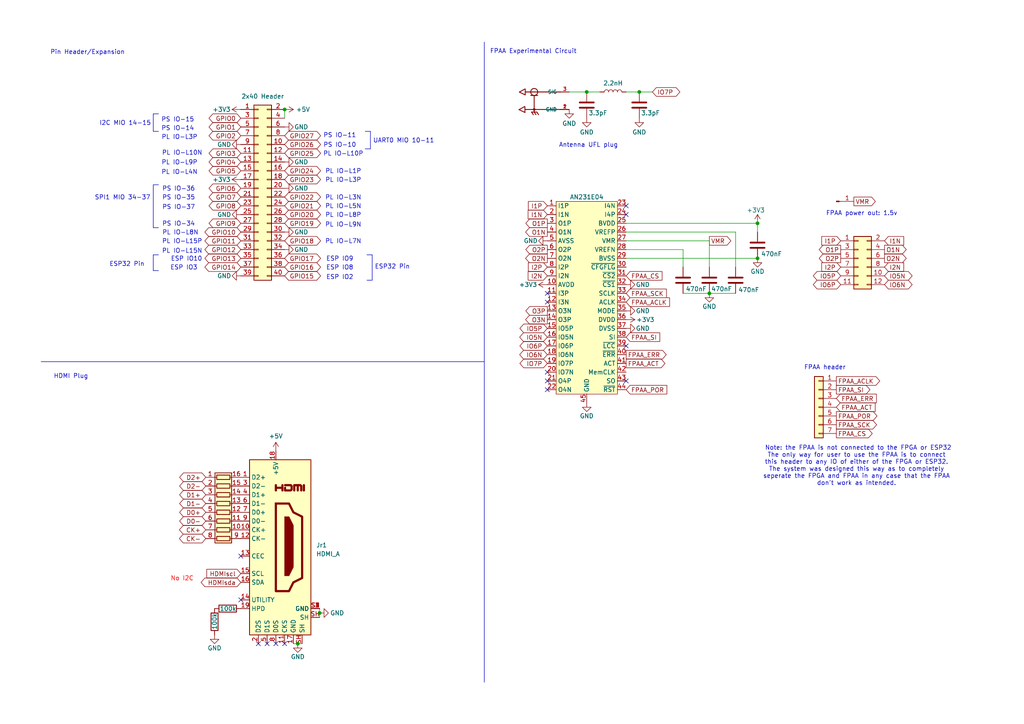
<source format=kicad_sch>
(kicad_sch (version 20231120) (generator "eeschema") (generator_version "8.0")
  (paper "A4")
  (lib_symbols
    (symbol "Connector:Conn_01x01_Pin" (pin_names (offset 1.016) hide)
      (property "Reference" "J" (at 0 2.54 0))
      (property "Value" "Conn_01x01_Pin" (at 0 -2.54 0))
      (symbol "Conn_01x01_Pin_1_1"
        (polyline (pts (xy 1.27 0) (xy 0.8636 0)) (stroke (width 0.1524)))
        (rectangle (start 0.8636 0.127) (end 0 -0.127) (stroke (width 0.1524)) (fill (type outline)))
        (pin passive line (at 5.08 0 180) (length 3.81) (name "Pin_1") (number "1"))
      )
    )
    (symbol "Connector:HDMI_A"
      (property "Reference" "Jr1" (at 11.684 0.635 0))
      (property "Value" "HDMI_A" (at 11.684 -1.905 0))
      (symbol "HDMI_A_0_0"
        (polyline (pts (xy 8.128 16.51) (xy 8.128 18.034)) (stroke (width 0.635)))
        (polyline (pts (xy 0 16.51) (xy 0 18.034) (xy 0 17.272) (xy 1.905 17.272) (xy 1.905 18.034) (xy 1.905 16.51)) (stroke (width 0.635)))
        (polyline (pts (xy 2.667 18.034) (xy 4.318 18.034) (xy 4.572 17.78) (xy 4.572 16.764) (xy 4.318 16.51) (xy 2.667 16.51) (xy 2.667 17.272)) (stroke (width 0.635)))
      )
      (symbol "HDMI_A_0_1"
        (rectangle (start -7.62 25.4) (end 10.16 -25.4) (stroke (width 0.254)) (fill (type background)))
        (polyline (pts (xy 2.54 8.89) (xy 3.81 8.89) (xy 5.08 6.35) (xy 5.08 -5.715) (xy 3.81 -8.255) (xy 2.54 -8.255) (xy 2.54 8.89)) (fill (type outline)))
        (polyline (pts (xy 5.334 16.51) (xy 5.334 18.034) (xy 6.35 18.034) (xy 6.35 16.51) (xy 6.35 18.034) (xy 7.112 18.034) (xy 7.366 17.78) (xy 7.366 16.51)) (stroke (width 0.635)))
        (polyline (pts (xy 0 12.7) (xy 0 -12.7) (xy 3.81 -12.7) (xy 5.08 -10.16) (xy 7.62 -8.89) (xy 7.62 8.89) (xy 5.08 10.16) (xy 3.81 12.7) (xy 0 12.7)) (stroke (width 0.635)))
      )
      (symbol "HDMI_A_1_1"
        (pin passive line (at -10.16 20.32 0) (length 2.54) (name "D2+") (number "1"))
        (pin passive line (at -10.16 5.08 0) (length 2.54) (name "CK+") (number "10"))
        (pin power_in line (at 2.54 -27.94 90) (length 2.54) (name "CKS") (number "11"))
        (pin passive line (at -10.16 2.54 0) (length 2.54) (name "CK-") (number "12"))
        (pin bidirectional line (at -10.16 -2.54 0) (length 2.54) (name "CEC") (number "13"))
        (pin passive line (at -10.16 -15.24 0) (length 2.54) (name "UTILITY") (number "14"))
        (pin passive line (at -10.16 -7.62 0) (length 2.54) (name "SCL") (number "15"))
        (pin bidirectional line (at -10.16 -10.16 0) (length 2.54) (name "SDA") (number "16"))
        (pin power_in line (at 5.08 -27.94 90) (length 2.54) (name "GND") (number "17"))
        (pin power_in line (at 0 27.94 270) (length 2.54) (name "+5V") (number "18"))
        (pin passive line (at -10.16 -17.78 0) (length 2.54) (name "HPD") (number "19"))
        (pin power_in line (at -5.08 -27.94 90) (length 2.54) (name "D2S") (number "2"))
        (pin passive line (at -10.16 17.78 0) (length 2.54) (name "D2-") (number "3"))
        (pin passive line (at -10.16 15.24 0) (length 2.54) (name "D1+") (number "4"))
        (pin power_in line (at -2.54 -27.94 90) (length 2.54) (name "D1S") (number "5"))
        (pin passive line (at -10.16 12.7 0) (length 2.54) (name "D1-") (number "6"))
        (pin passive line (at -10.16 10.16 0) (length 2.54) (name "D0+") (number "7"))
        (pin power_in line (at 0 -27.94 90) (length 2.54) (name "D0S") (number "8"))
        (pin passive line (at -10.16 7.62 0) (length 2.54) (name "D0-") (number "9"))
        (pin input line (at 12.7 -17.78 180) (length 2.54) (name "GND") (number "S1"))
        (pin input line (at 12.7 -17.78 180) (length 2.54) (name "GND") (number "S2"))
        (pin input line (at 12.7 -17.78 180) (length 2.54) (name "GND") (number "S3"))
        (pin input line (at 12.7 -17.78 180) (length 2.54) (name "GND") (number "S4"))
        (pin passive line (at 7.62 -27.94 90) (length 2.54) (name "SH") (number "SH"))
        (pin input line (at 12.7 -20.32 180) (length 2.54) (name "SH") (number "SH"))
      )
    )
    (symbol "Connector_Generic:Conn_02x20_Odd_Even" (pin_names (offset 1.016) hide)
      (property "Reference" "J" (at 1.27 25.4 0))
      (property "Value" "Conn_02x20_Odd_Even" (at 1.27 -27.94 0))
      (symbol "Conn_02x20_Odd_Even_1_1"
        (rectangle (start -1.27 -25.273) (end 0 -25.527) (stroke (width 0.1524)))
        (rectangle (start -1.27 -22.733) (end 0 -22.987) (stroke (width 0.1524)))
        (rectangle (start -1.27 -20.193) (end 0 -20.447) (stroke (width 0.1524)))
        (rectangle (start -1.27 -17.653) (end 0 -17.907) (stroke (width 0.1524)))
        (rectangle (start -1.27 -15.113) (end 0 -15.367) (stroke (width 0.1524)))
        (rectangle (start -1.27 -12.573) (end 0 -12.827) (stroke (width 0.1524)))
        (rectangle (start -1.27 -10.033) (end 0 -10.287) (stroke (width 0.1524)))
        (rectangle (start -1.27 -7.493) (end 0 -7.747) (stroke (width 0.1524)))
        (rectangle (start -1.27 -4.953) (end 0 -5.207) (stroke (width 0.1524)))
        (rectangle (start -1.27 -2.413) (end 0 -2.667) (stroke (width 0.1524)))
        (rectangle (start -1.27 0.127) (end 0 -0.127) (stroke (width 0.1524)))
        (rectangle (start -1.27 2.667) (end 0 2.413) (stroke (width 0.1524)))
        (rectangle (start -1.27 5.207) (end 0 4.953) (stroke (width 0.1524)))
        (rectangle (start -1.27 7.747) (end 0 7.493) (stroke (width 0.1524)))
        (rectangle (start -1.27 10.287) (end 0 10.033) (stroke (width 0.1524)))
        (rectangle (start -1.27 12.827) (end 0 12.573) (stroke (width 0.1524)))
        (rectangle (start -1.27 15.367) (end 0 15.113) (stroke (width 0.1524)))
        (rectangle (start -1.27 17.907) (end 0 17.653) (stroke (width 0.1524)))
        (rectangle (start -1.27 20.447) (end 0 20.193) (stroke (width 0.1524)))
        (rectangle (start -1.27 22.987) (end 0 22.733) (stroke (width 0.1524)))
        (rectangle (start -1.27 24.13) (end 3.81 -26.67) (stroke (width 0.254)) (fill (type background)))
        (rectangle (start 3.81 -25.273) (end 2.54 -25.527) (stroke (width 0.1524)))
        (rectangle (start 3.81 -22.733) (end 2.54 -22.987) (stroke (width 0.1524)))
        (rectangle (start 3.81 -20.193) (end 2.54 -20.447) (stroke (width 0.1524)))
        (rectangle (start 3.81 -17.653) (end 2.54 -17.907) (stroke (width 0.1524)))
        (rectangle (start 3.81 -15.113) (end 2.54 -15.367) (stroke (width 0.1524)))
        (rectangle (start 3.81 -12.573) (end 2.54 -12.827) (stroke (width 0.1524)))
        (rectangle (start 3.81 -10.033) (end 2.54 -10.287) (stroke (width 0.1524)))
        (rectangle (start 3.81 -7.493) (end 2.54 -7.747) (stroke (width 0.1524)))
        (rectangle (start 3.81 -4.953) (end 2.54 -5.207) (stroke (width 0.1524)))
        (rectangle (start 3.81 -2.413) (end 2.54 -2.667) (stroke (width 0.1524)))
        (rectangle (start 3.81 0.127) (end 2.54 -0.127) (stroke (width 0.1524)))
        (rectangle (start 3.81 2.667) (end 2.54 2.413) (stroke (width 0.1524)))
        (rectangle (start 3.81 5.207) (end 2.54 4.953) (stroke (width 0.1524)))
        (rectangle (start 3.81 7.747) (end 2.54 7.493) (stroke (width 0.1524)))
        (rectangle (start 3.81 10.287) (end 2.54 10.033) (stroke (width 0.1524)))
        (rectangle (start 3.81 12.827) (end 2.54 12.573) (stroke (width 0.1524)))
        (rectangle (start 3.81 15.367) (end 2.54 15.113) (stroke (width 0.1524)))
        (rectangle (start 3.81 17.907) (end 2.54 17.653) (stroke (width 0.1524)))
        (rectangle (start 3.81 20.447) (end 2.54 20.193) (stroke (width 0.1524)))
        (rectangle (start 3.81 22.987) (end 2.54 22.733) (stroke (width 0.1524)))
        (pin passive line (at -5.08 22.86 0) (length 3.81) (name "Pin_1") (number "1"))
        (pin passive line (at 7.62 12.7 180) (length 3.81) (name "Pin_10") (number "10"))
        (pin passive line (at -5.08 10.16 0) (length 3.81) (name "Pin_11") (number "11"))
        (pin passive line (at 7.62 10.16 180) (length 3.81) (name "Pin_12") (number "12"))
        (pin passive line (at -5.08 7.62 0) (length 3.81) (name "Pin_13") (number "13"))
        (pin passive line (at 7.62 7.62 180) (length 3.81) (name "Pin_14") (number "14"))
        (pin passive line (at -5.08 5.08 0) (length 3.81) (name "Pin_15") (number "15"))
        (pin passive line (at 7.62 5.08 180) (length 3.81) (name "Pin_16") (number "16"))
        (pin passive line (at -5.08 2.54 0) (length 3.81) (name "Pin_17") (number "17"))
        (pin passive line (at 7.62 2.54 180) (length 3.81) (name "Pin_18") (number "18"))
        (pin passive line (at -5.08 0 0) (length 3.81) (name "Pin_19") (number "19"))
        (pin passive line (at 7.62 22.86 180) (length 3.81) (name "Pin_2") (number "2"))
        (pin passive line (at 7.62 0 180) (length 3.81) (name "Pin_20") (number "20"))
        (pin passive line (at -5.08 -2.54 0) (length 3.81) (name "Pin_21") (number "21"))
        (pin passive line (at 7.62 -2.54 180) (length 3.81) (name "Pin_22") (number "22"))
        (pin passive line (at -5.08 -5.08 0) (length 3.81) (name "Pin_23") (number "23"))
        (pin passive line (at 7.62 -5.08 180) (length 3.81) (name "Pin_24") (number "24"))
        (pin passive line (at -5.08 -7.62 0) (length 3.81) (name "Pin_25") (number "25"))
        (pin passive line (at 7.62 -7.62 180) (length 3.81) (name "Pin_26") (number "26"))
        (pin passive line (at -5.08 -10.16 0) (length 3.81) (name "Pin_27") (number "27"))
        (pin passive line (at 7.62 -10.16 180) (length 3.81) (name "Pin_28") (number "28"))
        (pin passive line (at -5.08 -12.7 0) (length 3.81) (name "Pin_29") (number "29"))
        (pin passive line (at -5.08 20.32 0) (length 3.81) (name "Pin_3") (number "3"))
        (pin passive line (at 7.62 -12.7 180) (length 3.81) (name "Pin_30") (number "30"))
        (pin passive line (at -5.08 -15.24 0) (length 3.81) (name "Pin_31") (number "31"))
        (pin passive line (at 7.62 -15.24 180) (length 3.81) (name "Pin_32") (number "32"))
        (pin passive line (at -5.08 -17.78 0) (length 3.81) (name "Pin_33") (number "33"))
        (pin passive line (at 7.62 -17.78 180) (length 3.81) (name "Pin_34") (number "34"))
        (pin passive line (at -5.08 -20.32 0) (length 3.81) (name "Pin_35") (number "35"))
        (pin passive line (at 7.62 -20.32 180) (length 3.81) (name "Pin_36") (number "36"))
        (pin passive line (at -5.08 -22.86 0) (length 3.81) (name "Pin_37") (number "37"))
        (pin passive line (at 7.62 -22.86 180) (length 3.81) (name "Pin_38") (number "38"))
        (pin passive line (at -5.08 -25.4 0) (length 3.81) (name "Pin_39") (number "39"))
        (pin passive line (at 7.62 20.32 180) (length 3.81) (name "Pin_4") (number "4"))
        (pin passive line (at 7.62 -25.4 180) (length 3.81) (name "Pin_40") (number "40"))
        (pin passive line (at -5.08 17.78 0) (length 3.81) (name "Pin_5") (number "5"))
        (pin passive line (at 7.62 17.78 180) (length 3.81) (name "Pin_6") (number "6"))
        (pin passive line (at -5.08 15.24 0) (length 3.81) (name "Pin_7") (number "7"))
        (pin passive line (at 7.62 15.24 180) (length 3.81) (name "Pin_8") (number "8"))
        (pin passive line (at -5.08 12.7 0) (length 3.81) (name "Pin_9") (number "9"))
      )
    )
    (symbol "Connector_Generic_MountingPin:Conn_01x07_MountingPin" (pin_names (offset 1.016) hide)
      (symbol "Conn_01x07_MountingPin_1_1"
        (rectangle (start -1.27 -7.493) (end 0 -7.747) (stroke (width 0.1524)))
        (rectangle (start -1.27 -4.953) (end 0 -5.207) (stroke (width 0.1524)))
        (rectangle (start -1.27 -2.413) (end 0 -2.667) (stroke (width 0.1524)))
        (rectangle (start -1.27 0.127) (end 0 -0.127) (stroke (width 0.1524)))
        (rectangle (start -1.27 2.667) (end 0 2.413) (stroke (width 0.1524)))
        (rectangle (start -1.27 5.207) (end 0 4.953) (stroke (width 0.1524)))
        (rectangle (start -1.27 7.747) (end 0 7.493) (stroke (width 0.1524)))
        (rectangle (start -1.27 8.89) (end 1.27 -8.89) (stroke (width 0.254)) (fill (type background)))
        (pin passive line (at -5.08 7.62 0) (length 3.81) (name "Pin_1") (number "1"))
        (pin passive line (at -5.08 5.08 0) (length 3.81) (name "Pin_2") (number "2"))
        (pin passive line (at -5.08 2.54 0) (length 3.81) (name "Pin_3") (number "3"))
        (pin passive line (at -5.08 0 0) (length 3.81) (name "Pin_4") (number "4"))
        (pin passive line (at -5.08 -2.54 0) (length 3.81) (name "Pin_5") (number "5"))
        (pin passive line (at -5.08 -5.08 0) (length 3.81) (name "Pin_6") (number "6"))
        (pin passive line (at -5.08 -7.62 0) (length 3.81) (name "Pin_7") (number "7"))
      )
    )
    (symbol "Connector_Generic_MountingPin:Conn_02x06_Odd_Even_MountingPin" (pin_names (offset 1.016) hide)
      (property "Reference" "J4" (at 1.27 11.43 0))
      (property "Value" "Conn_02x06_Odd_Even_MountingPin" (at 1.27 8.89 0))
      (symbol "Conn_02x06_Odd_Even_MountingPin_1_1"
        (rectangle (start -1.27 -7.493) (end 0 -7.747) (stroke (width 0.1524)))
        (rectangle (start -1.27 -4.953) (end 0 -5.207) (stroke (width 0.1524)))
        (rectangle (start -1.27 -2.413) (end 0 -2.667) (stroke (width 0.1524)))
        (rectangle (start -1.27 0.127) (end 0 -0.127) (stroke (width 0.1524)))
        (rectangle (start -1.27 2.667) (end 0 2.413) (stroke (width 0.1524)))
        (rectangle (start -1.27 5.207) (end 0 4.953) (stroke (width 0.1524)))
        (rectangle (start -1.27 6.35) (end 3.81 -8.89) (stroke (width 0.254)) (fill (type background)))
        (rectangle (start 3.81 -7.493) (end 2.54 -7.747) (stroke (width 0.1524)))
        (rectangle (start 3.81 -4.953) (end 2.54 -5.207) (stroke (width 0.1524)))
        (rectangle (start 3.81 -2.413) (end 2.54 -2.667) (stroke (width 0.1524)))
        (rectangle (start 3.81 0.127) (end 2.54 -0.127) (stroke (width 0.1524)))
        (rectangle (start 3.81 2.667) (end 2.54 2.413) (stroke (width 0.1524)))
        (rectangle (start 3.81 5.207) (end 2.54 4.953) (stroke (width 0.1524)))
        (pin passive line (at -5.08 5.08 0) (length 3.81) (name "Pin_1") (number "1"))
        (pin passive line (at 7.62 -5.08 180) (length 3.81) (name "Pin_10") (number "10"))
        (pin passive line (at -5.08 -7.62 0) (length 3.81) (name "Pin_11") (number "11"))
        (pin passive line (at 7.62 -7.62 180) (length 3.81) (name "Pin_12") (number "12"))
        (pin passive line (at 7.62 5.08 180) (length 3.81) (name "Pin_2") (number "2"))
        (pin passive line (at -5.08 2.54 0) (length 3.81) (name "Pin_3") (number "3"))
        (pin passive line (at 7.62 2.54 180) (length 3.81) (name "Pin_4") (number "4"))
        (pin passive line (at -5.08 0 0) (length 3.81) (name "Pin_5") (number "5"))
        (pin passive line (at 7.62 0 180) (length 3.81) (name "Pin_6") (number "6"))
        (pin passive line (at -5.08 -2.54 0) (length 3.81) (name "Pin_7") (number "7"))
        (pin passive line (at 7.62 -2.54 180) (length 3.81) (name "Pin_8") (number "8"))
        (pin passive line (at -5.08 -5.08 0) (length 3.81) (name "Pin_9") (number "9"))
      )
    )
    (symbol "Device:C" (pin_numbers hide) (pin_names (offset 0.254))
      (property "Reference" "C" (at 0.635 2.54 0))
      (property "Value" "C" (at 0.635 -2.54 0))
      (symbol "C_0_1"
        (polyline (pts (xy -2.032 -0.762) (xy 2.032 -0.762)) (stroke (width 0.508)))
        (polyline (pts (xy -2.032 0.762) (xy 2.032 0.762)) (stroke (width 0.508)))
      )
      (symbol "C_1_1"
        (pin passive line (at 0 3.81 270) (length 2.794) (name "~") (number "1"))
        (pin passive line (at 0 -3.81 90) (length 2.794) (name "~") (number "2"))
      )
    )
    (symbol "Device:L" (pin_numbers hide) (pin_names (offset 1.016) hide)
      (property "Reference" "L" (at -1.27 0 90))
      (property "Value" "L" (at 1.905 0 90))
      (symbol "L_0_1"
        (arc (start 0 -2.54) (mid 0.6323 -1.905) (end 0 -1.27))
        (arc (start 0 -1.27) (mid 0.6323 -0.635) (end 0 0))
        (arc (start 0 0) (mid 0.6323 0.635) (end 0 1.27))
        (arc (start 0 1.27) (mid 0.6323 1.905) (end 0 2.54))
      )
      (symbol "L_1_1"
        (pin passive line (at 0 3.81 270) (length 1.27) (name "1") (number "1"))
        (pin passive line (at 0 -3.81 90) (length 1.27) (name "2") (number "2"))
      )
    )
    (symbol "Device:R" (pin_numbers hide) (pin_names (offset 0))
      (property "Reference" "R" (at 2.032 0 90))
      (property "Value" "R" (at 0 0 90))
      (symbol "R_0_1"
        (rectangle (start -1.016 -2.54) (end 1.016 2.54) (stroke (width 0.254)))
      )
      (symbol "R_1_1"
        (pin passive line (at 0 3.81 270) (length 1.27) (name "~") (number "1"))
        (pin passive line (at 0 -3.81 90) (length 1.27) (name "~") (number "2"))
      )
    )
    (symbol "Device:R_Pack08" (pin_names (offset 0) hide)
      (property "Reference" "RN" (at -12.7 0 90))
      (property "Value" "R_Pack08" (at 10.16 0 90))
      (symbol "R_Pack08_0_1"
        (rectangle (start -11.43 -2.413) (end 8.89 2.413) (stroke (width 0.254)) (fill (type background)))
        (rectangle (start -10.795 1.905) (end -9.525 -1.905) (stroke (width 0.254)))
        (rectangle (start -8.255 1.905) (end -6.985 -1.905) (stroke (width 0.254)))
        (rectangle (start -5.715 1.905) (end -4.445 -1.905) (stroke (width 0.254)))
        (rectangle (start -3.175 1.905) (end -1.905 -1.905) (stroke (width 0.254)))
        (rectangle (start -0.635 1.905) (end 0.635 -1.905) (stroke (width 0.254)))
        (polyline (pts (xy -10.16 -2.54) (xy -10.16 -1.905)))
        (polyline (pts (xy -10.16 1.905) (xy -10.16 2.54)))
        (polyline (pts (xy -7.62 -2.54) (xy -7.62 -1.905)))
        (polyline (pts (xy -7.62 1.905) (xy -7.62 2.54)))
        (polyline (pts (xy -5.08 -2.54) (xy -5.08 -1.905)))
        (polyline (pts (xy -5.08 1.905) (xy -5.08 2.54)))
        (polyline (pts (xy -2.54 -2.54) (xy -2.54 -1.905)))
        (polyline (pts (xy -2.54 1.905) (xy -2.54 2.54)))
        (polyline (pts (xy 0 -2.54) (xy 0 -1.905)))
        (polyline (pts (xy 0 1.905) (xy 0 2.54)))
        (polyline (pts (xy 2.54 -2.54) (xy 2.54 -1.905)))
        (polyline (pts (xy 2.54 1.905) (xy 2.54 2.54)))
        (polyline (pts (xy 5.08 -2.54) (xy 5.08 -1.905)))
        (polyline (pts (xy 5.08 1.905) (xy 5.08 2.54)))
        (polyline (pts (xy 7.62 -2.54) (xy 7.62 -1.905)))
        (polyline (pts (xy 7.62 1.905) (xy 7.62 2.54)))
        (rectangle (start 1.905 1.905) (end 3.175 -1.905) (stroke (width 0.254)))
        (rectangle (start 4.445 1.905) (end 5.715 -1.905) (stroke (width 0.254)))
        (rectangle (start 6.985 1.905) (end 8.255 -1.905) (stroke (width 0.254)))
      )
      (symbol "R_Pack08_1_1"
        (pin passive line (at -10.16 -5.08 90) (length 2.54) (name "R1.1") (number "1"))
        (pin passive line (at 5.08 5.08 270) (length 2.54) (name "R7.2") (number "10"))
        (pin passive line (at 2.54 5.08 270) (length 2.54) (name "R6.2") (number "11"))
        (pin passive line (at 0 5.08 270) (length 2.54) (name "R5.2") (number "12"))
        (pin passive line (at -2.54 5.08 270) (length 2.54) (name "R4.2") (number "13"))
        (pin passive line (at -5.08 5.08 270) (length 2.54) (name "R3.2") (number "14"))
        (pin passive line (at -7.62 5.08 270) (length 2.54) (name "R2.2") (number "15"))
        (pin passive line (at -10.16 5.08 270) (length 2.54) (name "R1.2") (number "16"))
        (pin passive line (at -7.62 -5.08 90) (length 2.54) (name "R2.1") (number "2"))
        (pin passive line (at -5.08 -5.08 90) (length 2.54) (name "R3.1") (number "3"))
        (pin passive line (at -2.54 -5.08 90) (length 2.54) (name "R4.1") (number "4"))
        (pin passive line (at 0 -5.08 90) (length 2.54) (name "R5.1") (number "5"))
        (pin passive line (at 2.54 -5.08 90) (length 2.54) (name "R6.1") (number "6"))
        (pin passive line (at 5.08 -5.08 90) (length 2.54) (name "R7.1") (number "7"))
        (pin passive line (at 7.62 -5.08 90) (length 2.54) (name "R8.1") (number "8"))
        (pin passive line (at 7.62 5.08 270) (length 2.54) (name "R8.2") (number "9"))
      )
    )
    (symbol "ESP32-PRO_Rev_B1:GND" (power) (pin_names (offset 0))
      (property "Value" "GND" (at 0 -3.81 0))
      (symbol "GND_0_1"
        (polyline (pts (xy 0 0) (xy 0 -1.27) (xy 1.27 -1.27) (xy 0 -2.54) (xy -1.27 -1.27) (xy 0 -1.27)))
      )
      (symbol "GND_1_1"
        (pin power_in line (at 0 0 270) (length 0) hide (name "GND") (number "1"))
      )
    )
    (symbol "Personal:AN231"
      (property "Reference" "U" (at 0 0 0))
      (symbol "AN231_1_1"
        (rectangle (start -8.89 -2.54) (end 8.89 -58.42) (fill (type background)))
        (pin input line (at -11.43 -3.81 0) (length 2.54) (name "I1P") (number "1"))
        (pin power_in line (at -11.43 -26.67 0) (length 2.54) (name "AVDD") (number "10"))
        (pin input line (at -11.43 -29.21 0) (length 2.54) (name "I3P") (number "11"))
        (pin input line (at -11.43 -31.75 0) (length 2.54) (name "I3N") (number "12"))
        (pin output line (at -11.43 -34.29 0) (length 2.54) (name "O3N") (number "13"))
        (pin output line (at -11.43 -36.83 0) (length 2.54) (name "O3P") (number "14"))
        (pin bidirectional line (at -11.43 -39.37 0) (length 2.54) (name "IO5P") (number "15"))
        (pin bidirectional line (at -11.43 -41.91 0) (length 2.54) (name "IO5N") (number "16"))
        (pin bidirectional line (at -11.43 -44.45 0) (length 2.54) (name "IO6P") (number "17"))
        (pin bidirectional line (at -11.43 -46.99 0) (length 2.54) (name "IO6N") (number "18"))
        (pin bidirectional line (at -11.43 -49.53 0) (length 2.54) (name "IO7P") (number "19"))
        (pin input line (at -11.43 -6.35 0) (length 2.54) (name "I1N") (number "2"))
        (pin bidirectional line (at -11.43 -52.07 0) (length 2.54) (name "IO7N") (number "20"))
        (pin output line (at -11.43 -54.61 0) (length 2.54) (name "O4P") (number "21"))
        (pin output line (at -11.43 -57.15 0) (length 2.54) (name "O4N") (number "22"))
        (pin input line (at 11.43 -3.81 180) (length 2.54) (name "I4N") (number "23"))
        (pin input line (at 11.43 -6.35 180) (length 2.54) (name "I4P") (number "24"))
        (pin power_in line (at 11.43 -8.89 180) (length 2.54) (name "BVDD") (number "25"))
        (pin input line (at 11.43 -11.43 180) (length 2.54) (name "VREFP") (number "26"))
        (pin input line (at 11.43 -13.97 180) (length 2.54) (name "VMR") (number "27"))
        (pin input line (at 11.43 -16.51 180) (length 2.54) (name "VREFN") (number "28"))
        (pin power_out line (at 11.43 -19.05 180) (length 2.54) (name "BVSS") (number "29"))
        (pin output line (at -11.43 -8.89 0) (length 2.54) (name "O1P") (number "3"))
        (pin input line (at 11.43 -21.59 180) (length 2.54) (name "~{CFGFLG}") (number "30"))
        (pin input line (at 11.43 -24.13 180) (length 2.54) (name "~{CS2}") (number "31"))
        (pin input line (at 11.43 -26.67 180) (length 2.54) (name "~{CS1}") (number "32"))
        (pin input line (at 11.43 -29.21 180) (length 2.54) (name "SCLK") (number "33"))
        (pin input line (at 11.43 -31.75 180) (length 2.54) (name "ACLK") (number "34"))
        (pin input line (at 11.43 -34.29 180) (length 2.54) (name "MODE") (number "35"))
        (pin power_in line (at 11.43 -36.83 180) (length 2.54) (name "DVDD") (number "36"))
        (pin power_out line (at 11.43 -39.37 180) (length 2.54) (name "DVSS") (number "37"))
        (pin input line (at 11.43 -41.91 180) (length 2.54) (name "SI") (number "38"))
        (pin input line (at 11.43 -44.45 180) (length 2.54) (name "~{LCC}") (number "39"))
        (pin output line (at -11.43 -11.43 0) (length 2.54) (name "O1N") (number "4"))
        (pin input line (at 11.43 -46.99 180) (length 2.54) (name "~{ERR}") (number "40"))
        (pin input line (at 11.43 -49.53 180) (length 2.54) (name "ACT") (number "41"))
        (pin input line (at 11.43 -52.07 180) (length 2.54) (name "MemCLK") (number "42"))
        (pin input line (at 11.43 -54.61 180) (length 2.54) (name "SO") (number "43"))
        (pin input line (at 11.43 -57.15 180) (length 2.54) (name "~{RST}") (number "44"))
        (pin power_out line (at 0 -60.96 90) (length 2.54) (name "GND") (number "45"))
        (pin power_out line (at -11.43 -13.97 0) (length 2.54) (name "AVSS") (number "5"))
        (pin output line (at -11.43 -16.51 0) (length 2.54) (name "O2P") (number "6"))
        (pin output line (at -11.43 -19.05 0) (length 2.54) (name "O2N") (number "7"))
        (pin input line (at -11.43 -21.59 0) (length 2.54) (name "I2P") (number "8"))
        (pin input line (at -11.43 -24.13 0) (length 2.54) (name "I2N") (number "9"))
      )
    )
    (symbol "Personal:U.FL-R-SMT_01_" (pin_names (offset 1.016))
      (property "Reference" "J" (at -3.8186 4.0731 0))
      (property "Value" "U.FL-R-SMT_01_" (at -4.3278 -5.6007 0))
      (symbol "U.FL-R-SMT_01__0_0"
        (circle (center 0 -2.54) (radius 0.254) (stroke (width 0.254)))
        (polyline (pts (xy -7.62 -2.54) (xy 0 -2.54)) (stroke (width 0.254)))
        (polyline (pts (xy -7.62 2.54) (xy 2.54 2.54)) (stroke (width 0.254)))
        (polyline (pts (xy -1.016 1.524) (xy 0 1.524)) (stroke (width 0.254)))
        (polyline (pts (xy -0.762 -3.302) (xy -1.27 -4.064)) (stroke (width 0.254)))
        (polyline (pts (xy 0 -3.302) (xy -0.762 -3.302)) (stroke (width 0.254)))
        (polyline (pts (xy 0 -3.302) (xy -0.508 -4.064)) (stroke (width 0.254)))
        (polyline (pts (xy 0 -3.302) (xy 0.762 -3.302)) (stroke (width 0.254)))
        (polyline (pts (xy 0 -2.54) (xy 0 -3.302)) (stroke (width 0.254)))
        (polyline (pts (xy 0 1.524) (xy 0 -2.54)) (stroke (width 0.254)))
        (polyline (pts (xy 0 1.524) (xy 1.016 1.524)) (stroke (width 0.254)))
        (polyline (pts (xy 0.762 -3.302) (xy 0.254 -4.064)) (stroke (width 0.254)))
        (polyline (pts (xy 2.54 -2.54) (xy 0 -2.54)) (stroke (width 0.254)))
        (polyline (pts (xy 2.6 1.7) (xy 4.3 2.5)) (stroke (width 0.254)))
        (polyline (pts (xy 2.6 3.4) (xy 2.6 1.7)) (stroke (width 0.254)))
        (polyline (pts (xy 2.7 -3.4) (xy 4.4 -2.6)) (stroke (width 0.254)))
        (polyline (pts (xy 2.7 -1.7) (xy 2.7 -3.4)) (stroke (width 0.254)))
        (polyline (pts (xy 4.3 2.5) (xy 2.7 3.4)) (stroke (width 0.254)))
        (polyline (pts (xy 4.4 -2.6) (xy 2.8 -1.7)) (stroke (width 0.254)))
        (circle (center 0 2.54) (radius 1.016) (stroke (width 0.254)))
        (pin passive line (at -10.16 -2.54 0) (length 2.54) (name "GND") (number "1"))
        (pin passive line (at -10.16 -2.54 0) (length 2.54) (name "GND") (number "2"))
        (pin passive line (at -10.16 2.54 0) (length 2.54) (name "SIG") (number "3"))
      )
    )
    (symbol "power:+3V3" (power) (pin_names (offset 0))
      (property "Value" "+3V3" (at 0 3.556 0))
      (symbol "+3V3_0_1"
        (polyline (pts (xy -0.762 1.27) (xy 0 2.54)))
        (polyline (pts (xy 0 0) (xy 0 2.54)))
        (polyline (pts (xy 0 2.54) (xy 0.762 1.27)))
      )
      (symbol "+3V3_1_1"
        (pin power_in line (at 0 0 90) (length 0) hide (name "+3V3") (number "1"))
      )
    )
    (symbol "power:+5V" (power) (pin_names (offset 0))
      (property "Value" "+5V" (at 0 3.556 0))
      (symbol "+5V_0_1"
        (polyline (pts (xy -0.762 1.27) (xy 0 2.54)))
        (polyline (pts (xy 0 0) (xy 0 2.54)))
        (polyline (pts (xy 0 2.54) (xy 0.762 1.27)))
      )
      (symbol "+5V_1_1"
        (pin power_in line (at 0 0 90) (length 0) hide (name "+5V") (number "1"))
      )
    )
    (symbol "power:GND" (power) (pin_names (offset 0))
      (property "Value" "GND" (at 0 -3.81 0))
      (symbol "GND_0_1"
        (polyline (pts (xy 0 0) (xy 0 -1.27) (xy 1.27 -1.27) (xy 0 -2.54) (xy -1.27 -1.27) (xy 0 -1.27)))
      )
      (symbol "GND_1_1"
        (pin power_in line (at 0 0 270) (length 0) hide (name "GND") (number "1"))
      )
    )
  )
  (junction (at 92.71 177.8))
  (junction (at 170.18 26.67))
  (junction (at 205.74 85.09))
  (junction (at 219.71 64.77))
  (junction (at 219.71 74.93))
  (junction (at 82.55 31.75))
  (junction (at 86.36 186.69))
  (junction (at 185.42 26.67))
  (no_connect (at 181.61 59.69))
  (no_connect (at 74.93 186.69))
  (no_connect (at 80.01 186.69))
  (no_connect (at 69.85 161.29))
  (no_connect (at 181.61 100.33))
  (no_connect (at 158.75 85.09))
  (no_connect (at 158.75 107.95))
  (no_connect (at 181.61 110.49))
  (no_connect (at 158.75 87.63))
  (no_connect (at 69.85 173.99))
  (no_connect (at 77.47 186.69))
  (no_connect (at 82.55 186.69))
  (no_connect (at 158.75 110.49))
  (no_connect (at 158.75 113.03))
  (no_connect (at 181.61 62.23))
  (polyline (pts (xy 11.938 104.902) (xy 140.462 104.902)))
  (polyline (pts (xy 45.974 33.02) (xy 44.45 33.02)))
  (polyline (pts (xy 107.442 43.18) (xy 105.918 43.18)))
  (wire (pts (xy 205.74 85.09) (xy 213.36 85.09)))
  (polyline (pts (xy 140.462 104.902) (xy 140.462 197.866)))
  (wire (pts (xy 165.1 26.67) (xy 170.18 26.67)))
  (wire (pts (xy 181.61 72.39) (xy 198.12 72.39)))
  (wire (pts (xy 219.71 64.77) (xy 219.71 67.31)))
  (wire (pts (xy 86.36 186.69) (xy 85.09 186.69)))
  (polyline (pts (xy 105.918 38.1) (xy 107.442 38.1)))
  (wire (pts (xy 181.61 67.31) (xy 213.36 67.31)))
  (wire (pts (xy 198.12 85.09) (xy 205.74 85.09)))
  (polyline (pts (xy 140.462 12.192) (xy 140.462 104.902)))
  (polyline (pts (xy 44.45 38.1) (xy 45.974 38.1)))
  (wire (pts (xy 92.71 177.8) (xy 92.71 176.53)))
  (polyline (pts (xy 107.95 81.28) (xy 106.426 81.28)))
  (polyline (pts (xy 44.45 66.04) (xy 45.974 66.04)))
  (wire (pts (xy 170.18 26.67) (xy 173.99 26.67)))
  (wire (pts (xy 185.42 26.67) (xy 181.61 26.67)))
  (polyline (pts (xy 107.442 38.1) (xy 107.442 43.18)))
  (wire (pts (xy 181.61 74.93) (xy 219.71 74.93)))
  (polyline (pts (xy 106.426 73.914) (xy 107.95 73.914)))
  (wire (pts (xy 213.36 67.31) (xy 213.36 77.47)))
  (wire (pts (xy 189.23 26.67) (xy 185.42 26.67)))
  (wire (pts (xy 181.61 69.85) (xy 205.74 69.85)))
  (wire (pts (xy 82.55 31.75) (xy 82.55 34.29)))
  (wire (pts (xy 205.74 69.85) (xy 205.74 77.47)))
  (polyline (pts (xy 44.45 78.486) (xy 45.974 78.486)))
  (wire (pts (xy 198.12 72.39) (xy 198.12 77.47)))
  (wire (pts (xy 86.36 186.69) (xy 87.63 186.69)))
  (wire (pts (xy 181.61 64.77) (xy 219.71 64.77)))
  (polyline (pts (xy 44.45 33.02) (xy 44.45 38.1)))
  (polyline (pts (xy 44.45 73.914) (xy 44.45 78.486)))
  (polyline (pts (xy 44.45 53.594) (xy 44.45 66.04)))
  (polyline (pts (xy 45.974 73.914) (xy 44.45 73.914)))
  (polyline (pts (xy 107.95 73.914) (xy 107.95 81.28)))
  (polyline (pts (xy 45.974 53.594) (xy 44.45 53.594)))
  (wire (pts (xy 92.71 177.8) (xy 92.71 179.07)))
  (text "PL IO-L4N" (at 52.07 50.038 0) (effects (font (size 1.27 1.27))))
  (text "FPAA power out: 1.5v" (at 249.936 61.976 0) (effects (font (size 1.27 1.27))))
  (text "PS IO-15" (at 51.562 34.798 0) (effects (font (size 1.27 1.27))))
  (text "PL IO-L5N" (at 99.568 59.944 0) (effects (font (size 1.27 1.27))))
  (text "ESP IO3" (at 53.34 77.724 0) (effects (font (size 1.27 1.27))))
  (text "PS IO-35" (at 51.816 57.404 0) (effects (font (size 1.27 1.27))))
  (text "PL IO-L3N" (at 99.568 57.404 0) (effects (font (size 1.27 1.27))))
  (text "PS IO-34" (at 51.816 65.024 0) (effects (font (size 1.27 1.27))))
  (text "SPI1 MIO 34-37" (at 35.56 57.404 0) (effects (font (size 1.27 1.27))))
  (text "PL IO-L15P" (at 52.832 70.104 0) (effects (font (size 1.27 1.27))))
  (text "PS IO-36" (at 51.816 54.864 0) (effects (font (size 1.27 1.27))))
  (text "Pin Header/Expansion" (at 25.4 15.24 0) (effects (font (size 1.27 1.27))))
  (text "I2C MIO 14-15" (at 36.322 35.814 0) (effects (font (size 1.27 1.27))))
  (text "PS IO-37" (at 51.816 60.198 0) (effects (font (size 1.27 1.27))))
  (text "ESP IO10" (at 54.102 75.184 0) (effects (font (size 1.27 1.27))))
  (text "ESP IO2" (at 98.552 80.518 0) (effects (font (size 1.27 1.27))))
  (text "FPAA header" (at 239.268 106.68 0) (effects (font (size 1.27 1.27))))
  (text "PS IO-10" (at 98.552 42.164 0) (effects (font (size 1.27 1.27))))
  (text "PL IO-L8N" (at 52.324 67.564 0) (effects (font (size 1.27 1.27))))
  (text "ESP IO8" (at 98.552 77.724 0) (effects (font (size 1.27 1.27))))
  (text "ESP IO9" (at 98.552 75.184 0) (effects (font (size 1.27 1.27))))
  (text "PL IO-L10N" (at 52.832 44.45 0) (effects (font (size 1.27 1.27))))
  (text "PL IO-L15N" (at 52.832 72.898 0) (effects (font (size 1.27 1.27))))
  (text "PL IO-L9P" (at 52.07 47.244 0) (effects (font (size 1.27 1.27))))
  (text "PL IO-L7N" (at 99.568 70.104 0) (effects (font (size 1.27 1.27))))
  (text "PL IO-L8P" (at 99.568 62.484 0) (effects (font (size 1.27 1.27))))
  (text "PL IO-L3P" (at 52.07 39.878 0) (effects (font (size 1.27 1.27))))
  (text "Note: the FPAA is not connected to the FPGA or ESP32\nThe only way for user to use the FPAA is to connect \nthis header to any IO of either of the FPGA or ESP32. \nThe system was designed this way as to completely \nseperate the FPGA and FPAA in any case that the FPAA \ndon't work as intended. " (at 248.92 135.128 0) (effects (font (size 1.27 1.27))))
  (text "ESP32 Pin" (at 113.792 77.47 0) (effects (font (size 1.27 1.27))))
  (text "HDMI Plug" (at 20.574 109.22 0) (effects (font (size 1.27 1.27))))
  (text "Antenna UFL plug" (at 170.688 42.164 0) (effects (font (size 1.27 1.27))))
  (text "UART0 MIO 10-11" (at 117.094 40.894 0) (effects (font (size 1.27 1.27))))
  (text "PL IO-L10P" (at 99.568 44.704 0) (effects (font (size 1.27 1.27))))
  (text "PL IO-L3P" (at 99.568 52.324 0) (effects (font (size 1.27 1.27))))
  (text "PS IO-14" (at 51.562 37.338 0) (effects (font (size 1.27 1.27))))
  (text "PL IO-L9N" (at 99.568 65.278 0) (effects (font (size 1.27 1.27))))
  (text "ESP32 Pin" (at 36.83 76.708 0) (effects (font (size 1.27 1.27))))
  (text "No I2C" (at 52.832 167.894 0) (effects (font (size 1.27 1.27))))
  (text "FPAA Experimental Circuit" (at 154.686 14.986 0) (effects (font (size 1.27 1.27))))
  (text "PS IO-11" (at 98.552 39.37 0) (effects (font (size 1.27 1.27))))
  (text "PL IO-L1P" (at 99.568 49.784 0) (effects (font (size 1.27 1.27))))
  (global_label "FPAA_SI" (shape output) (at 242.57 113.03 0) (property "Intersheetrefs" "${INTERSHEET_REFS}" (effects (hide yes))))
  (global_label "IO6P" (shape bidirectional) (at 243.84 82.55 180) (property "Intersheetrefs" "${INTERSHEET_REFS}" (effects (hide yes))))
  (global_label "O1N" (shape output) (at 256.54 72.39 0) (property "Intersheetrefs" "${INTERSHEET_REFS}" (effects (hide yes))))
  (global_label "I1N" (shape input) (at 256.54 69.85 0) (property "Intersheetrefs" "${INTERSHEET_REFS}" (effects (hide yes))))
  (global_label "GPIO10" (shape bidirectional) (at 69.85 67.31 180) (property "Intersheetrefs" "${INTERSHEET_REFS}" (effects (hide yes))))
  (global_label "HDMIsda" (shape bidirectional) (at 69.85 168.91 180) (property "Intersheetrefs" "${INTERSHEET_REFS}" (effects (hide yes))))
  (global_label "I2P" (shape input) (at 158.75 77.47 180) (property "Intersheetrefs" "${INTERSHEET_REFS}" (effects (hide yes))))
  (global_label "D2+" (shape bidirectional) (at 59.69 138.43 180) (property "Intersheetrefs" "${INTERSHEET_REFS}" (effects (hide yes))))
  (global_label "GPIO26" (shape bidirectional) (at 82.55 41.91 0) (property "Intersheetrefs" "${INTERSHEET_REFS}" (effects (hide yes))))
  (global_label "I2N" (shape input) (at 158.75 80.01 180) (property "Intersheetrefs" "${INTERSHEET_REFS}" (effects (hide yes))))
  (global_label "FPAA_CS" (shape input) (at 181.61 80.01 0) (property "Intersheetrefs" "${INTERSHEET_REFS}" (effects (hide yes))))
  (global_label "FPAA_CS" (shape output) (at 242.57 125.73 0) (property "Intersheetrefs" "${INTERSHEET_REFS}" (effects (hide yes))))
  (global_label "GPIO9" (shape bidirectional) (at 69.85 64.77 180) (property "Intersheetrefs" "${INTERSHEET_REFS}" (effects (hide yes))))
  (global_label "IO7P" (shape bidirectional) (at 158.75 105.41 180) (property "Intersheetrefs" "${INTERSHEET_REFS}" (effects (hide yes))))
  (global_label "O1N" (shape output) (at 158.75 67.31 180) (property "Intersheetrefs" "${INTERSHEET_REFS}" (effects (hide yes))))
  (global_label "D1-" (shape bidirectional) (at 59.69 146.05 180) (property "Intersheetrefs" "${INTERSHEET_REFS}" (effects (hide yes))))
  (global_label "O3P" (shape output) (at 158.75 90.17 180) (property "Intersheetrefs" "${INTERSHEET_REFS}" (effects (hide yes))))
  (global_label "GPIO16" (shape bidirectional) (at 82.55 77.47 0) (property "Intersheetrefs" "${INTERSHEET_REFS}" (effects (hide yes))))
  (global_label "D1+" (shape bidirectional) (at 59.69 143.51 180) (property "Intersheetrefs" "${INTERSHEET_REFS}" (effects (hide yes))))
  (global_label "GPIO6" (shape bidirectional) (at 69.85 54.61 180) (property "Intersheetrefs" "${INTERSHEET_REFS}" (effects (hide yes))))
  (global_label "FPAA_SCK" (shape input) (at 181.61 85.09 0) (property "Intersheetrefs" "${INTERSHEET_REFS}" (effects (hide yes))))
  (global_label "O2P" (shape output) (at 158.75 72.39 180) (property "Intersheetrefs" "${INTERSHEET_REFS}" (effects (hide yes))))
  (global_label "GPIO14" (shape bidirectional) (at 69.85 77.47 180) (property "Intersheetrefs" "${INTERSHEET_REFS}" (effects (hide yes))))
  (global_label "IO5P" (shape bidirectional) (at 243.84 80.01 180) (property "Intersheetrefs" "${INTERSHEET_REFS}" (effects (hide yes))))
  (global_label "GPIO27" (shape bidirectional) (at 82.55 39.37 0) (property "Intersheetrefs" "${INTERSHEET_REFS}" (effects (hide yes))))
  (global_label "FPAA_POR" (shape input) (at 181.61 113.03 0) (property "Intersheetrefs" "${INTERSHEET_REFS}" (effects (hide yes))))
  (global_label "GPIO3" (shape bidirectional) (at 69.85 44.45 180) (property "Intersheetrefs" "${INTERSHEET_REFS}" (effects (hide yes))))
  (global_label "GPIO1" (shape bidirectional) (at 69.85 36.83 180) (property "Intersheetrefs" "${INTERSHEET_REFS}" (effects (hide yes))))
  (global_label "IO7P" (shape bidirectional) (at 189.23 26.67 0) (property "Intersheetrefs" "${INTERSHEET_REFS}" (effects (hide yes))))
  (global_label "GPIO5" (shape bidirectional) (at 69.85 49.53 180) (property "Intersheetrefs" "${INTERSHEET_REFS}" (effects (hide yes))))
  (global_label "HDMIscl" (shape input) (at 69.85 166.37 180) (property "Intersheetrefs" "${INTERSHEET_REFS}" (effects (hide yes))))
  (global_label "GPIO8" (shape bidirectional) (at 69.85 59.69 180) (property "Intersheetrefs" "${INTERSHEET_REFS}" (effects (hide yes))))
  (global_label "GPIO18" (shape bidirectional) (at 82.55 69.85 0) (property "Intersheetrefs" "${INTERSHEET_REFS}" (effects (hide yes))))
  (global_label "I2P" (shape input) (at 243.84 77.47 180) (property "Intersheetrefs" "${INTERSHEET_REFS}" (effects (hide yes))))
  (global_label "CK+" (shape bidirectional) (at 59.69 153.67 180) (property "Intersheetrefs" "${INTERSHEET_REFS}" (effects (hide yes))))
  (global_label "FPAA_ERR" (shape input) (at 242.57 115.57 0) (property "Intersheetrefs" "${INTERSHEET_REFS}" (effects (hide yes))))
  (global_label "GPIO15" (shape bidirectional) (at 82.55 80.01 0) (property "Intersheetrefs" "${INTERSHEET_REFS}" (effects (hide yes))))
  (global_label "O1P" (shape output) (at 243.84 72.39 180) (property "Intersheetrefs" "${INTERSHEET_REFS}" (effects (hide yes))))
  (global_label "VMR" (shape output) (at 247.65 58.42 0) (property "Intersheetrefs" "${INTERSHEET_REFS}" (effects (hide yes))))
  (global_label "O1P" (shape output) (at 158.75 64.77 180) (property "Intersheetrefs" "${INTERSHEET_REFS}" (effects (hide yes))))
  (global_label "GPIO21" (shape bidirectional) (at 82.55 59.69 0) (property "Intersheetrefs" "${INTERSHEET_REFS}" (effects (hide yes))))
  (global_label "FPAA_SCK" (shape output) (at 242.57 123.19 0) (property "Intersheetrefs" "${INTERSHEET_REFS}" (effects (hide yes))))
  (global_label "GPIO23" (shape bidirectional) (at 82.55 52.07 0) (property "Intersheetrefs" "${INTERSHEET_REFS}" (effects (hide yes))))
  (global_label "D0+" (shape bidirectional) (at 59.69 148.59 180) (property "Intersheetrefs" "${INTERSHEET_REFS}" (effects (hide yes))))
  (global_label "O2N" (shape output) (at 256.54 74.93 0) (property "Intersheetrefs" "${INTERSHEET_REFS}" (effects (hide yes))))
  (global_label "GPIO0" (shape bidirectional) (at 69.85 34.29 180) (property "Intersheetrefs" "${INTERSHEET_REFS}" (effects (hide yes))))
  (global_label "IO6N" (shape bidirectional) (at 256.54 82.55 0) (property "Intersheetrefs" "${INTERSHEET_REFS}" (effects (hide yes))))
  (global_label "I2N" (shape input) (at 256.54 77.47 0) (property "Intersheetrefs" "${INTERSHEET_REFS}" (effects (hide yes))))
  (global_label "GPIO2" (shape bidirectional) (at 69.85 39.37 180) (property "Intersheetrefs" "${INTERSHEET_REFS}" (effects (hide yes))))
  (global_label "IO6P" (shape bidirectional) (at 158.75 100.33 180) (property "Intersheetrefs" "${INTERSHEET_REFS}" (effects (hide yes))))
  (global_label "D0-" (shape bidirectional) (at 59.69 151.13 180) (property "Intersheetrefs" "${INTERSHEET_REFS}" (effects (hide yes))))
  (global_label "I1P" (shape input) (at 158.75 59.69 180) (property "Intersheetrefs" "${INTERSHEET_REFS}" (effects (hide yes))))
  (global_label "FPAA_ACLK" (shape input) (at 181.61 87.63 0) (property "Intersheetrefs" "${INTERSHEET_REFS}" (effects (hide yes))))
  (global_label "FPAA_ACT" (shape output) (at 181.61 105.41 0) (property "Intersheetrefs" "${INTERSHEET_REFS}" (effects (hide yes))))
  (global_label "FPAA_ERR" (shape output) (at 181.61 102.87 0) (property "Intersheetrefs" "${INTERSHEET_REFS}" (effects (hide yes))))
  (global_label "FPAA_POR" (shape output) (at 242.57 120.65 0) (property "Intersheetrefs" "${INTERSHEET_REFS}" (effects (hide yes))))
  (global_label "D2-" (shape bidirectional) (at 59.69 140.97 180) (property "Intersheetrefs" "${INTERSHEET_REFS}" (effects (hide yes))))
  (global_label "O3N" (shape output) (at 158.75 92.71 180) (property "Intersheetrefs" "${INTERSHEET_REFS}" (effects (hide yes))))
  (global_label "GPIO17" (shape bidirectional) (at 82.55 74.93 0) (property "Intersheetrefs" "${INTERSHEET_REFS}" (effects (hide yes))))
  (global_label "GPIO22" (shape bidirectional) (at 82.55 57.15 0) (property "Intersheetrefs" "${INTERSHEET_REFS}" (effects (hide yes))))
  (global_label "GPIO7" (shape bidirectional) (at 69.85 57.15 180) (property "Intersheetrefs" "${INTERSHEET_REFS}" (effects (hide yes))))
  (global_label "I1P" (shape input) (at 243.84 69.85 180) (property "Intersheetrefs" "${INTERSHEET_REFS}" (effects (hide yes))))
  (global_label "VMR" (shape output) (at 205.74 69.85 0) (property "Intersheetrefs" "${INTERSHEET_REFS}" (effects (hide yes))))
  (global_label "GPIO20" (shape bidirectional) (at 82.55 62.23 0) (property "Intersheetrefs" "${INTERSHEET_REFS}" (effects (hide yes))))
  (global_label "GPIO11" (shape bidirectional) (at 69.85 69.85 180) (property "Intersheetrefs" "${INTERSHEET_REFS}" (effects (hide yes))))
  (global_label "IO5P" (shape bidirectional) (at 158.75 95.25 180) (property "Intersheetrefs" "${INTERSHEET_REFS}" (effects (hide yes))))
  (global_label "GPIO25" (shape bidirectional) (at 82.55 44.45 0) (property "Intersheetrefs" "${INTERSHEET_REFS}" (effects (hide yes))))
  (global_label "IO5N" (shape bidirectional) (at 158.75 97.79 180) (property "Intersheetrefs" "${INTERSHEET_REFS}" (effects (hide yes))))
  (global_label "IO5N" (shape bidirectional) (at 256.54 80.01 0) (property "Intersheetrefs" "${INTERSHEET_REFS}" (effects (hide yes))))
  (global_label "I1N" (shape input) (at 158.75 62.23 180) (property "Intersheetrefs" "${INTERSHEET_REFS}" (effects (hide yes))))
  (global_label "GPIO12" (shape bidirectional) (at 69.85 72.39 180) (property "Intersheetrefs" "${INTERSHEET_REFS}" (effects (hide yes))))
  (global_label "GPIO19" (shape bidirectional) (at 82.55 64.77 0) (property "Intersheetrefs" "${INTERSHEET_REFS}" (effects (hide yes))))
  (global_label "GPIO24" (shape bidirectional) (at 82.55 49.53 0) (property "Intersheetrefs" "${INTERSHEET_REFS}" (effects (hide yes))))
  (global_label "GPIO4" (shape bidirectional) (at 69.85 46.99 180) (property "Intersheetrefs" "${INTERSHEET_REFS}" (effects (hide yes))))
  (global_label "FPAA_ACLK" (shape output) (at 242.57 110.49 0) (property "Intersheetrefs" "${INTERSHEET_REFS}" (effects (hide yes))))
  (global_label "O2N" (shape output) (at 158.75 74.93 180) (property "Intersheetrefs" "${INTERSHEET_REFS}" (effects (hide yes))))
  (global_label "FPAA_ACT" (shape input) (at 242.57 118.11 0) (property "Intersheetrefs" "${INTERSHEET_REFS}" (effects (hide yes))))
  (global_label "GPIO13" (shape bidirectional) (at 69.85 74.93 180) (property "Intersheetrefs" "${INTERSHEET_REFS}" (effects (hide yes))))
  (global_label "CK-" (shape bidirectional) (at 59.69 156.21 180) (property "Intersheetrefs" "${INTERSHEET_REFS}" (effects (hide yes))))
  (global_label "FPAA_SI" (shape input) (at 181.61 97.79 0) (property "Intersheetrefs" "${INTERSHEET_REFS}" (effects (hide yes))))
  (global_label "O2P" (shape output) (at 243.84 74.93 180) (property "Intersheetrefs" "${INTERSHEET_REFS}" (effects (hide yes))))
  (global_label "IO6N" (shape bidirectional) (at 158.75 102.87 180) (property "Intersheetrefs" "${INTERSHEET_REFS}" (effects (hide yes))))
  (symbol (lib_id "Connector_Generic_MountingPin:Conn_01x07_MountingPin") (at 237.49 118.11 0) (mirror y) (unit 1)
    (property "Reference" "J8" (effects (hide yes)))
    (property "Value" "Conn_01x07_MountingPin" (effects (hide yes)))
    (property "Footprint" "Connector_PinHeader_1.00mm:PinHeader_1x07_P1.00mm_Vertical" (effects (hide yes)))
    (property "Description" "Generic connectable mounting pin connector, single row, 01x07, script generated (kicad-library-utils/schlib/autogen/connector/)" (effects (hide yes)))
  )
  (symbol (lib_id "Device:C") (at 213.36 81.28 0) (unit 1)
    (property "Reference" "C31" (effects (hide yes)))
    (property "Value" "470nF" (at 214.122 84.074 0) (effects (justify left)))
    (property "Footprint" "Capacitor_SMD:C_0201_0603Metric" (effects (hide yes)))
    (property "Description" "Unpolarized capacitor" (effects (hide yes)))
  )
  (symbol (lib_id "power:+5V") (at 80.01 130.81 0) (unit 1)
    (property "Reference" "#PWR097" (effects (hide yes)))
    (property "Value" "+5V" (at 80.01 126.492 0))
  )
  (symbol (lib_id "ESP32-PRO_Rev_B1:GND") (at 165.1 31.75 0) (mirror y) (unit 1)
    (property "Reference" "#PWR0129" (effects (hide yes)))
    (property "Value" "GND" (at 165.1 35.814 0))
  )
  (symbol (lib_id "Connector_Generic:Conn_02x20_Odd_Even") (at 74.93 54.61 0) (unit 1)
    (property "Reference" "J1" (effects (hide yes)))
    (property "Value" "2x40 Header" (at 76.2 27.94 0))
    (property "Footprint" "Connector_PinHeader_2.54mm:PinHeader_2x20_P2.54mm_Vertical" (effects (hide yes)))
    (property "Datasheet" "x" (effects (hide yes)))
    (property "Description" "Generic connector, double row, 02x20, odd/even pin numbering scheme (row 1 odd numbers, row 2 even numbers), script generated (kicad-library-utils/schlib/autogen/connector/)" (effects (hide yes)))
  )
  (symbol (lib_id "power:GND") (at 82.55 54.61 90) (mirror x) (unit 1)
    (property "Reference" "#PWR093" (effects (hide yes)))
    (property "Value" "GND" (at 87.376 54.61 90))
  )
  (symbol (lib_id "power:+5V") (at 82.55 31.75 270) (unit 1)
    (property "Reference" "#PWR090" (effects (hide yes)))
    (property "Value" "+5V" (at 85.852 31.75 90) (effects (justify left)))
  )
  (symbol (lib_id "Connector:Conn_01x01_Pin") (at 242.57 58.42 0) (unit 1)
    (property "Reference" "J6" (effects (hide yes)))
    (property "Value" "Conn_01x01_Pin" (effects (hide yes)))
    (property "Footprint" "Connector_PinHeader_2.00mm:PinHeader_1x01_P2.00mm_Vertical" (effects (hide yes)))
    (property "Description" "Generic connector, single row, 01x01, script generated" (effects (hide yes)))
  )
  (symbol (lib_id "power:GND") (at 69.85 80.01 270) (unit 1)
    (property "Reference" "#PWR085" (effects (hide yes)))
    (property "Value" "GND" (at 65.024 80.01 90))
  )
  (symbol (lib_id "power:GND") (at 86.36 186.69 0) (unit 1)
    (property "Reference" "#PWR098" (effects (hide yes)))
    (property "Value" "GND" (at 86.36 190.5 0))
  )
  (symbol (lib_id "power:+3V3") (at 181.61 92.71 270) (mirror x) (unit 1)
    (property "Reference" "#PWR0119" (effects (hide yes)))
    (property "Value" "+3V3" (at 187.198 92.71 90))
  )
  (symbol (lib_id "power:GND") (at 82.55 72.39 90) (mirror x) (unit 1)
    (property "Reference" "#PWR095" (effects (hide yes)))
    (property "Value" "GND" (at 87.376 72.39 90))
  )
  (symbol (lib_id "Device:C") (at 198.12 81.28 0) (unit 1)
    (property "Reference" "C29" (effects (hide yes)))
    (property "Value" "470nF" (at 198.882 83.82 0) (effects (justify left)))
    (property "Footprint" "Capacitor_SMD:C_0201_0603Metric" (effects (hide yes)))
    (property "Description" "Unpolarized capacitor" (effects (hide yes)))
  )
  (symbol (lib_id "Connector_Generic_MountingPin:Conn_02x06_Odd_Even_MountingPin") (at 248.92 74.93 0) (unit 1)
    (property "Reference" "J4" (effects (hide yes)))
    (property "Value" "Conn_02x06_Odd_Even_MountingPin" (effects (hide yes)))
    (property "Footprint" "Connector_PinHeader_2.54mm:PinHeader_2x06_P2.54mm_Vertical" (effects (hide yes)))
    (property "Description" "Generic connectable mounting pin connector, double row, 02x06, odd/even pin numbering scheme (row 1 odd numbers, row 2 even numbers), script generated (kicad-library-utils/schlib/autogen/connector/)" (effects (hide yes)))
  )
  (symbol (lib_id "Device:C") (at 185.42 30.48 0) (unit 1)
    (property "Reference" "C34" (effects (hide yes)))
    (property "Value" "3.3pF" (at 185.928 32.766 0) (effects (justify left)))
    (property "Footprint" "Capacitor_SMD:C_0201_0603Metric" (effects (hide yes)))
    (property "Description" "GRM0335C1H3R3CA01D" (effects (hide yes)))
  )
  (symbol (lib_id "power:GND") (at 69.85 62.23 270) (unit 1)
    (property "Reference" "#PWR084" (effects (hide yes)))
    (property "Value" "GND" (at 65.024 62.23 90))
  )
  (symbol (lib_id "Personal:AN231") (at 170.18 55.88 0) (unit 1)
    (property "Reference" "Ue1" (effects (hide yes)))
    (property "Value" "AN231E04" (at 170.18 57.15 0))
    (property "Footprint" "Package_DFN_QFN:QFN-44-1EP_7x7mm_P0.5mm_EP5.2x5.2mm" (effects (hide yes)))
  )
  (symbol (lib_id "Device:R") (at 62.23 180.34 180) (unit 1)
    (property "Reference" "R33" (effects (hide yes)))
    (property "Value" "100k" (at 62.23 177.8 90) (effects (justify left)))
    (property "Footprint" "Resistor_SMD:R_0402_1005Metric_Pad0.72x0.64mm_HandSolder" (effects (hide yes)))
  )
  (symbol (lib_id "power:GND") (at 92.71 177.8 90) (unit 1)
    (property "Reference" "#PWR0115" (effects (hide yes)))
    (property "Value" "GND" (at 97.79 177.8 90))
  )
  (symbol (lib_id "Personal:U.FL-R-SMT_01_") (at 154.94 29.21 0) (mirror y) (unit 1)
    (property "Reference" "J5" (effects (hide yes)))
    (property "Value" "U.FL-R-SMT_01_" (effects (hide yes)))
    (property "Footprint" "Sync_VT extras:HRS_U.FL-R-SMT_01_" (effects (hide yes)))
    (property "Description" "U.FL Series 6 Ghz 50 Ohm Ultra-small SMT Coaxial Cable Receptacle" (effects (hide yes)))
    (property "MF" "Hirose" (effects (hide yes)))
    (property "PACKAGE" "None" (effects (hide yes)))
    (property "PRICE" "0.84 USD" (effects (hide yes)))
    (property "Package" "None" (effects (hide yes)))
    (property "Check_prices" "https://www.snapeda.com/parts/U.FL-R-SMT(01)/Hirose+Electric+Co+Ltd/view-part/?ref=eda" (effects (hide yes)))
    (property "Price" "None" (effects (hide yes)))
    (property "SnapEDA_Link" "https://www.snapeda.com/parts/U.FL-R-SMT(01)/Hirose+Electric+Co+Ltd/view-part/?ref=snap" (effects (hide yes)))
    (property "MP" "U.FL-R-SMT(01)" (effects (hide yes)))
    (property "Availability" "In Stock" (effects (hide yes)))
    (property "AVAILABILITY" "Good" (effects (hide yes)))
    (property "Description_1" "\n                        \n                            U.FL (UMCC) Connector Receptacle, Male Pin 50Ohm Surface Mount Solder. RF Connectors / Coaxial Connectors \n                        \n" (effects (hide yes)))
  )
  (symbol (lib_id "ESP32-PRO_Rev_B1:GND") (at 185.42 34.29 0) (mirror y) (unit 1)
    (property "Reference" "#PWR0128" (effects (hide yes)))
    (property "Value" "GND" (at 185.42 38.354 0))
  )
  (symbol (lib_id "power:GND") (at 219.71 74.93 0) (unit 1)
    (property "Reference" "#PWR0120" (effects (hide yes)))
    (property "Value" "GND" (at 219.71 78.74 0))
  )
  (symbol (lib_id "power:GND") (at 69.85 41.91 270) (unit 1)
    (property "Reference" "#PWR079" (effects (hide yes)))
    (property "Value" "GND" (at 65.024 41.91 90))
  )
  (symbol (lib_id "power:GND") (at 82.55 46.99 90) (mirror x) (unit 1)
    (property "Reference" "#PWR092" (effects (hide yes)))
    (property "Value" "GND" (at 87.376 46.99 90))
  )
  (symbol (lib_id "Device:C") (at 219.71 71.12 0) (unit 1)
    (property "Reference" "C32" (effects (hide yes)))
    (property "Value" "470nF" (at 220.726 73.66 0) (effects (justify left)))
    (property "Footprint" "Capacitor_SMD:C_0201_0603Metric" (effects (hide yes)))
    (property "Description" "Unpolarized capacitor" (effects (hide yes)))
  )
  (symbol (lib_id "Device:C") (at 205.74 81.28 0) (unit 1)
    (property "Reference" "C30" (effects (hide yes)))
    (property "Value" "470nF" (at 206.248 83.82 0) (effects (justify left)))
    (property "Footprint" "Capacitor_SMD:C_0201_0603Metric" (effects (hide yes)))
    (property "Description" "Unpolarized capacitor" (effects (hide yes)))
  )
  (symbol (lib_id "Device:L") (at 177.8 26.67 90) (unit 1)
    (property "Reference" "L3" (effects (hide yes)))
    (property "Value" "2.2nH" (at 177.8 24.13 90))
    (property "Footprint" "Inductor_SMD:L_0201_0603Metric" (effects (hide yes)))
    (property "Description" "LQP03TG2N2B02D" (effects (hide yes)))
  )
  (symbol (lib_id "power:GND") (at 181.61 95.25 90) (mirror x) (unit 1)
    (property "Reference" "#PWR0122" (effects (hide yes)))
    (property "Value" "GND" (at 186.436 95.25 90))
  )
  (symbol (lib_id "power:GND") (at 82.55 36.83 90) (mirror x) (unit 1)
    (property "Reference" "#PWR091" (effects (hide yes)))
    (property "Value" "GND" (at 87.376 36.83 90))
  )
  (symbol (lib_id "ESP32-PRO_Rev_B1:GND") (at 170.18 34.29 0) (mirror y) (unit 1)
    (property "Reference" "#PWR0127" (effects (hide yes)))
    (property "Value" "GND" (at 170.18 38.354 0))
  )
  (symbol (lib_id "power:GND") (at 181.61 90.17 90) (mirror x) (unit 1)
    (property "Reference" "#PWR0126" (effects (hide yes)))
    (property "Value" "GND" (at 186.436 90.17 90))
  )
  (symbol (lib_id "power:+3V3") (at 69.85 31.75 90) (unit 1)
    (property "Reference" "#PWR078" (effects (hide yes)))
    (property "Value" "+3V3" (at 64.262 31.75 90))
  )
  (symbol (lib_id "power:GND") (at 181.61 82.55 90) (unit 1)
    (property "Reference" "#PWR0125" (effects (hide yes)))
    (property "Value" "GND" (at 186.436 82.55 90))
  )
  (symbol (lib_id "Device:R") (at 66.04 176.53 90) (unit 1)
    (property "Reference" "R34" (effects (hide yes)))
    (property "Value" "100k" (at 68.58 176.53 90) (effects (justify left)))
    (property "Footprint" "Resistor_SMD:R_0402_1005Metric_Pad0.72x0.64mm_HandSolder" (effects (hide yes)))
  )
  (symbol (lib_id "power:GND") (at 62.23 184.15 0) (unit 1)
    (property "Reference" "#PWR096" (effects (hide yes)))
    (property "Value" "GND" (at 62.23 187.96 0))
  )
  (symbol (lib_id "power:GND") (at 170.18 116.84 0) (unit 1)
    (property "Reference" "#PWR0121" (effects (hide yes)))
    (property "Value" "GND" (at 170.18 120.65 0))
  )
  (symbol (lib_id "Connector:HDMI_A") (at 80.01 158.75 0) (unit 1)
    (property "Reference" "Jr1" (at 91.694 158.115 0) (effects (justify left)))
    (property "Value" "HDMI_A" (at 91.694 160.655 0) (effects (justify left)))
    (property "Footprint" "Sync_VT extras:CNC_2001-1-2-21-00-BK" (effects (hide yes)))
    (property "Datasheet" "https://en.wikipedia.org/wiki/HDMI" (effects (hide yes)))
  )
  (symbol (lib_id "power:+3V3") (at 219.71 64.77 0) (mirror y) (unit 1)
    (property "Reference" "#PWR0123" (effects (hide yes)))
    (property "Value" "+3V3" (at 219.202 60.96 0))
  )
  (symbol (lib_id "power:+3V3") (at 158.75 82.55 90) (unit 1)
    (property "Reference" "#PWR0117" (effects (hide yes)))
    (property "Value" "+3V3" (at 153.162 82.55 90))
  )
  (symbol (lib_id "Device:R_Pack08") (at 64.77 148.59 270) (unit 1)
    (property "Reference" "RN1" (effects (hide yes)))
    (property "Value" "R_Pack08" (effects (hide yes)))
    (property "Footprint" "Resistor_SMD:R_Array_Convex_8x0602" (effects (hide yes)))
  )
  (symbol (lib_id "Device:C") (at 170.18 30.48 0) (unit 1)
    (property "Reference" "C33" (effects (hide yes)))
    (property "Value" "3.3pF" (at 170.688 32.766 0) (effects (justify left)))
    (property "Footprint" "Capacitor_SMD:C_0201_0603Metric" (effects (hide yes)))
    (property "Description" "GRM0335C1H3R3CA01D" (effects (hide yes)))
  )
  (symbol (lib_id "power:GND") (at 82.55 67.31 90) (mirror x) (unit 1)
    (property "Reference" "#PWR094" (effects (hide yes)))
    (property "Value" "GND" (at 87.376 67.31 90))
  )
  (symbol (lib_id "power:GND") (at 158.75 69.85 270) (unit 1)
    (property "Reference" "#PWR0118" (effects (hide yes)))
    (property "Value" "GND" (at 153.924 69.85 90))
  )
  (symbol (lib_id "power:+3V3") (at 69.85 52.07 90) (unit 1)
    (property "Reference" "#PWR080" (effects (hide yes)))
    (property "Value" "+3V3" (at 64.262 52.07 90))
  )
  (symbol (lib_id "power:GND") (at 205.74 85.09 0) (unit 1)
    (property "Reference" "#PWR0124" (effects (hide yes)))
    (property "Value" "GND" (at 205.74 88.9 0))
  )
)
</source>
